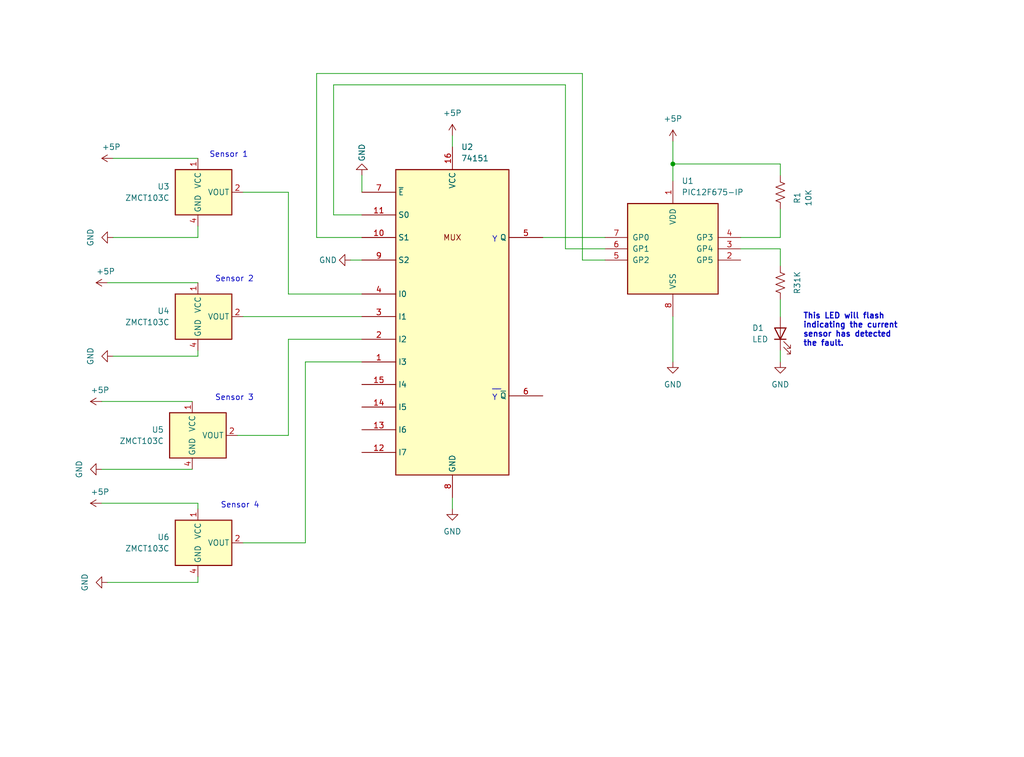
<source format=kicad_sch>
(kicad_sch (version 20230121) (generator eeschema)
  (paper "User" 229.997 170.002)
  (title_block (title "PIC12F675 and 74HC151 monitoring 4 sensors") (company "Ricardo Lima Caratti"))
  (lib_symbols
    (symbol "74xx_IEEE:74151"
      (property "Reference" "U" (at 10.16 35.56 0))
      (property "Value" "74151" (at 17.78 -40.64 0))
      (symbol "74151_0_0"
        (rectangle (start -12.7 33.02) (end 12.7 -35.56) (stroke (width 0.254)) (fill (type background)))
        (text "MUX" (at 0 17.78 0) (effects (font (size 1.27 1.27))))
        (pin power_in line (at 0 38.1 270) (length 5.08) (name "VCC") (number "16"))
        (pin power_in line (at 0 -40.64 90) (length 5.08) (name "GND") (number "8"))
      )
      (symbol "74151_1_1"
        (pin input line (at -20.32 -10.16 0) (length 7.62) (name "I3") (number "1"))
        (pin input line (at -20.32 17.78 0) (length 7.62) (name "S1") (number "10"))
        (pin input line (at -20.32 22.86 0) (length 7.62) (name "S0") (number "11"))
        (pin input line (at -20.32 -30.48 0) (length 7.62) (name "I7") (number "12"))
        (pin input line (at -20.32 -25.4 0) (length 7.62) (name "I6") (number "13"))
        (pin input line (at -20.32 -20.32 0) (length 7.62) (name "I5") (number "14"))
        (pin input line (at -20.32 -15.24 0) (length 7.62) (name "I4") (number "15"))
        (pin input line (at -20.32 -5.08 0) (length 7.62) (name "I2") (number "2"))
        (pin input line (at -20.32 0 0) (length 7.62) (name "I1") (number "3"))
        (pin input line (at -20.32 5.08 0) (length 7.62) (name "I0") (number "4"))
        (pin output line (at 20.32 17.78 180) (length 7.62) (name "Q") (number "5"))
        (pin output line (at 20.32 -17.78 180) (length 7.62) (name "~{Q}") (number "6"))
        (pin input line (at -20.32 27.94 0) (length 7.62) (name "~{E}") (number "7"))
        (pin input line (at -20.32 12.7 0) (length 7.62) (name "S2") (number "9"))
      )
    )
    (symbol "Device:LED" (pin_numbers hide) (pin_names (offset 1.016) hide)
      (property "Reference" "D" (at 0 2.54 0))
      (property "Value" "LED" (at 0 -2.54 0))
      (symbol "LED_0_1"
        (polyline (pts (xy -1.27 -1.27) (xy -1.27 1.27)) (stroke (width 0.254)))
        (polyline (pts (xy -1.27 0) (xy 1.27 0)))
        (polyline (pts (xy 1.27 -1.27) (xy 1.27 1.27) (xy -1.27 0) (xy 1.27 -1.27)) (stroke (width 0.254)))
        (polyline (pts (xy -3.048 -0.762) (xy -4.572 -2.286) (xy -3.81 -2.286) (xy -4.572 -2.286) (xy -4.572 -1.524)))
        (polyline (pts (xy -1.778 -0.762) (xy -3.302 -2.286) (xy -2.54 -2.286) (xy -3.302 -2.286) (xy -3.302 -1.524)))
      )
      (symbol "LED_1_1"
        (pin passive line (at -3.81 0 0) (length 2.54) (name "K") (number "1"))
        (pin passive line (at 3.81 0 180) (length 2.54) (name "A") (number "2"))
      )
    )
    (symbol "Device:R_US" (pin_numbers hide) (pin_names (offset 0))
      (property "Reference" "R" (at 2.54 0 90))
      (property "Value" "R_US" (at -2.54 0 90))
      (symbol "R_US_0_1"
        (polyline (pts (xy 0 -2.286) (xy 0 -2.54)))
        (polyline (pts (xy 0 2.286) (xy 0 2.54)))
        (polyline (pts (xy 0 -0.762) (xy 1.016 -1.143) (xy 0 -1.524) (xy -1.016 -1.905) (xy 0 -2.286)))
        (polyline (pts (xy 0 0.762) (xy 1.016 0.381) (xy 0 0) (xy -1.016 -0.381) (xy 0 -0.762)))
        (polyline (pts (xy 0 2.286) (xy 1.016 1.905) (xy 0 1.524) (xy -1.016 1.143) (xy 0 0.762)))
      )
      (symbol "R_US_1_1"
        (pin passive line (at 0 3.81 270) (length 1.27) (name "~") (number "1"))
        (pin passive line (at 0 -3.81 90) (length 1.27) (name "~") (number "2"))
      )
    )
    (symbol "MCU_Microchip_PIC12:PIC12F675-IP" (pin_names (offset 1.016))
      (property "Reference" "U" (at 1.27 13.97 0))
      (property "Value" "PIC12F675-IP" (at 1.27 11.43 0))
      (symbol "PIC12F675-IP_0_1"
        (rectangle (start 10.16 -10.16) (end -10.16 10.16) (stroke (width 0.254)) (fill (type background)))
      )
      (symbol "PIC12F675-IP_1_1"
        (pin power_in line (at 0 15.24 270) (length 5.08) (name "VDD") (number "1"))
        (pin bidirectional line (at 15.24 -2.54 180) (length 5.08) (name "GP5") (number "2"))
        (pin bidirectional line (at 15.24 0 180) (length 5.08) (name "GP4") (number "3"))
        (pin input line (at 15.24 2.54 180) (length 5.08) (name "GP3") (number "4"))
        (pin bidirectional line (at -15.24 -2.54 0) (length 5.08) (name "GP2") (number "5"))
        (pin bidirectional line (at -15.24 0 0) (length 5.08) (name "GP1") (number "6"))
        (pin bidirectional line (at -15.24 2.54 0) (length 5.08) (name "GP0") (number "7"))
        (pin power_in line (at 0 -15.24 90) (length 5.08) (name "VSS") (number "8"))
      )
    )
    (symbol "Sensor_Current:A1363xKTTN-1"
      (property "Reference" "U" (at 8.89 6.35 0))
      (property "Value" "A1363xKTTN-1" (at 8.89 3.81 0))
      (symbol "A1363xKTTN-1_0_1"
        (rectangle (start -5.08 5.08) (end 7.62 -5.08) (stroke (width 0.254)) (fill (type background)))
      )
      (symbol "A1363xKTTN-1_1_1"
        (pin power_in line (at 0 7.62 270) (length 2.54) (name "VCC") (number "1"))
        (pin output line (at 10.16 0 180) (length 2.54) (name "VOUT") (number "2"))
        (pin no_connect line (at 7.62 -2.54 180) (length 2.54) hide (name "NC") (number "3"))
        (pin power_in line (at 0 -7.62 90) (length 2.54) (name "GND") (number "4"))
      )
    )
    (symbol "power:+5P" (power) (pin_names (offset 0))
      (property "Value" "+5P" (at 0 3.556 0))
      (symbol "+5P_0_1"
        (polyline (pts (xy -0.762 1.27) (xy 0 2.54)))
        (polyline (pts (xy 0 0) (xy 0 2.54)))
        (polyline (pts (xy 0 2.54) (xy 0.762 1.27)))
      )
      (symbol "+5P_1_1"
        (pin power_in line (at 0 0 90) (length 0) hide (name "+5P") (number "1"))
      )
    )
    (symbol "power:GND" (power) (pin_names (offset 0))
      (property "Value" "GND" (at 0 -3.81 0))
      (symbol "GND_0_1"
        (polyline (pts (xy 0 0) (xy 0 -1.27) (xy 1.27 -1.27) (xy 0 -2.54) (xy -1.27 -1.27) (xy 0 -1.27)))
      )
      (symbol "GND_1_1"
        (pin power_in line (at 0 0 270) (length 0) hide (name "GND") (number "1"))
      )
    )
  )
  (junction (at 151.13 36.83))
  (wire (pts (xy 81.28 53.34) (xy 71.12 53.34)))
  (wire (pts (xy 25.4 80.01) (xy 44.45 80.01)))
  (wire (pts (xy 64.77 43.18) (xy 64.77 66.04)))
  (wire (pts (xy 64.77 76.2) (xy 81.28 76.2)))
  (wire (pts (xy 175.26 78.74) (xy 175.26 81.28)))
  (wire (pts (xy 74.93 19.05) (xy 127 19.05)))
  (wire (pts (xy 71.12 53.34) (xy 71.12 16.51)))
  (wire (pts (xy 44.45 50.8) (xy 44.45 53.34)))
  (wire (pts (xy 24.13 130.81) (xy 44.45 130.81)))
  (wire (pts (xy 44.45 113.03) (xy 44.45 114.3)))
  (wire (pts (xy 81.28 39.37) (xy 81.28 43.18)))
  (wire (pts (xy 175.26 39.37) (xy 175.26 36.83)))
  (wire (pts (xy 166.37 53.34) (xy 175.26 53.34)))
  (wire (pts (xy 54.61 71.12) (xy 81.28 71.12)))
  (wire (pts (xy 53.34 97.79) (xy 64.77 97.79)))
  (wire (pts (xy 175.26 67.31) (xy 175.26 71.12)))
  (wire (pts (xy 130.81 58.42) (xy 135.89 58.42)))
  (wire (pts (xy 130.81 16.51) (xy 130.81 58.42)))
  (wire (pts (xy 44.45 80.01) (xy 44.45 78.74)))
  (wire (pts (xy 151.13 31.75) (xy 151.13 36.83)))
  (wire (pts (xy 166.37 55.88) (xy 175.26 55.88)))
  (wire (pts (xy 101.6 30.48) (xy 101.6 33.02)))
  (wire (pts (xy 71.12 16.51) (xy 130.81 16.51)))
  (wire (pts (xy 68.58 121.92) (xy 68.58 81.28)))
  (wire (pts (xy 81.28 48.26) (xy 74.93 48.26)))
  (wire (pts (xy 44.45 130.81) (xy 44.45 129.54)))
  (wire (pts (xy 54.61 43.18) (xy 64.77 43.18)))
  (wire (pts (xy 68.58 81.28) (xy 81.28 81.28)))
  (wire (pts (xy 25.4 53.34) (xy 44.45 53.34)))
  (wire (pts (xy 151.13 71.12) (xy 151.13 81.28)))
  (wire (pts (xy 101.6 111.76) (xy 101.6 114.3)))
  (wire (pts (xy 121.92 53.34) (xy 135.89 53.34)))
  (wire (pts (xy 64.77 97.79) (xy 64.77 76.2)))
  (wire (pts (xy 127 55.88) (xy 135.89 55.88)))
  (wire (pts (xy 151.13 36.83) (xy 175.26 36.83)))
  (wire (pts (xy 24.13 63.5) (xy 44.45 63.5)))
  (wire (pts (xy 175.26 55.88) (xy 175.26 59.69)))
  (wire (pts (xy 64.77 66.04) (xy 81.28 66.04)))
  (wire (pts (xy 22.86 113.03) (xy 44.45 113.03)))
  (wire (pts (xy 151.13 36.83) (xy 151.13 40.64)))
  (wire (pts (xy 74.93 48.26) (xy 74.93 19.05)))
  (wire (pts (xy 54.61 121.92) (xy 68.58 121.92)))
  (wire (pts (xy 22.86 90.17) (xy 43.18 90.17)))
  (wire (pts (xy 175.26 46.99) (xy 175.26 53.34)))
  (wire (pts (xy 22.86 105.41) (xy 43.18 105.41)))
  (wire (pts (xy 78.74 58.42) (xy 81.28 58.42)))
  (wire (pts (xy 25.4 35.56) (xy 44.45 35.56)))
  (wire (pts (xy 127 19.05) (xy 127 55.88)))
  (text "Sensor 3" (at 48.26 90.17 0) (effects (font (size 1.27 1.27)) (justify left bottom)))
  (text "Sensor 2" (at 48.26 63.5 0) (effects (font (size 1.27 1.27)) (justify left bottom)))
  (text "This LED will flash\nindicating the current\nsensor has detected \nthe fault.\n\n" (at 180.34 80.01 0) (effects (font (size 1.27 1.27) (thickness 0.254) bold) (justify left bottom)))
  (text "__" (at 110.49 87.63 0) (effects (font (size 1.27 1.27)) (justify left bottom)))
  (text "Sensor 1" (at 46.99 35.56 0) (effects (font (size 1.27 1.27)) (justify left bottom)))
  (text "Y" (at 110.49 54.61 0) (effects (font (size 1.27 1.27)) (justify left bottom)))
  (text "Sensor 4" (at 49.53 114.3 0) (effects (font (size 1.27 1.27)) (justify left bottom)))
  (text "Y" (at 110.49 90.17 0) (effects (font (size 1.27 1.27)) (justify left bottom)))
  (symbol (lib_id "power:GND") (at 81.28 39.37 180) (unit 1)
    (property "Reference" "#PWR016" (effects hide))
    (property "Value" "GND" (at 81.28 34.29 90))
  )
  (symbol (lib_id "Sensor_Current:A1363xKTTN-1") (at 44.45 121.92 0) (unit 1)
    (property "Reference" "U6" (at 38.1 120.65 0) (effects (justify right)))
    (property "Value" "ZMCT103C" (at 38.1 123.19 0) (effects (justify right)))
    (property "Footprint" "Sensor_Current:Allegro_SIP-4" (effects hide))
    (property "Datasheet" "http://www.allegromicro.com/~/media/Files/Datasheets/A1363-Datasheet.ashx?la=en" (effects hide))
  )
  (symbol (lib_id "power:GND") (at 101.6 114.3 0) (unit 1)
    (property "Reference" "#PWR02" (effects hide))
    (property "Value" "GND" (at 101.6 119.38 0))
  )
  (symbol (lib_id "power:GND") (at 175.26 81.28 0) (unit 1)
    (property "Reference" "#PWR013" (effects hide))
    (property "Value" "GND" (at 175.26 86.36 0))
  )
  (symbol (lib_id "Device:R_US") (at 175.26 43.18 180) (unit 1)
    (property "Reference" "R1" (at 179.07 44.45 90))
    (property "Value" "10K" (at 181.61 44.45 90))
  )
  (symbol (lib_id "power:GND") (at 24.13 130.81 270) (unit 1)
    (property "Reference" "#PWR08" (effects hide))
    (property "Value" "GND" (at 19.05 130.81 0))
  )
  (symbol (lib_id "power:+5P") (at 24.13 63.5 90) (unit 1)
    (property "Reference" "#PWR011" (effects hide))
    (property "Value" "+5P" (at 21.59 60.96 90) (effects (justify right)))
  )
  (symbol (lib_id "Sensor_Current:A1363xKTTN-1") (at 43.18 97.79 0) (unit 1)
    (property "Reference" "U5" (at 36.83 96.52 0) (effects (justify right)))
    (property "Value" "ZMCT103C" (at 36.83 99.06 0) (effects (justify right)))
    (property "Footprint" "Sensor_Current:Allegro_SIP-4" (effects hide))
    (property "Datasheet" "http://www.allegromicro.com/~/media/Files/Datasheets/A1363-Datasheet.ashx?la=en" (effects hide))
  )
  (symbol (lib_id "power:GND") (at 25.4 80.01 270) (unit 1)
    (property "Reference" "#PWR09" (effects hide))
    (property "Value" "GND" (at 20.32 80.01 0))
  )
  (symbol (lib_id "Sensor_Current:A1363xKTTN-1") (at 44.45 71.12 0) (unit 1)
    (property "Reference" "U4" (at 38.1 69.85 0) (effects (justify right)))
    (property "Value" "ZMCT103C" (at 38.1 72.39 0) (effects (justify right)))
    (property "Footprint" "Sensor_Current:Allegro_SIP-4" (effects hide))
    (property "Datasheet" "http://www.allegromicro.com/~/media/Files/Datasheets/A1363-Datasheet.ashx?la=en" (effects hide))
  )
  (symbol (lib_id "power:+5P") (at 151.13 31.75 0) (unit 1)
    (property "Reference" "#PWR01" (effects hide))
    (property "Value" "+5P" (at 151.13 26.67 0))
  )
  (symbol (lib_id "power:+5P") (at 101.6 30.48 0) (unit 1)
    (property "Reference" "#PWR04" (effects hide))
    (property "Value" "+5P" (at 101.6 25.4 0))
  )
  (symbol (lib_id "power:GND") (at 78.74 58.42 270) (unit 1)
    (property "Reference" "#PWR05" (effects hide))
    (property "Value" "GND" (at 73.66 58.42 90))
  )
  (symbol (lib_id "74xx_IEEE:74151") (at 101.6 71.12 0) (unit 1)
    (property "Reference" "U2" (at 103.5559 33.02 0) (effects (justify left)))
    (property "Value" "74151" (at 103.5559 35.56 0) (effects (justify left)))
  )
  (symbol (lib_id "MCU_Microchip_PIC12:PIC12F675-IP") (at 151.13 55.88 0) (unit 1)
    (property "Reference" "U1" (at 153.0859 40.64 0) (effects (justify left)))
    (property "Value" "PIC12F675-IP" (at 153.0859 43.18 0) (effects (justify left)))
    (property "Footprint" "Package_DIP:DIP-8_W7.62mm" (effects hide))
    (property "Datasheet" "http://ww1.microchip.com/downloads/en/DeviceDoc/41190G.pdf" (effects hide))
  )
  (symbol (lib_id "power:GND") (at 25.4 53.34 270) (unit 1)
    (property "Reference" "#PWR07" (effects hide))
    (property "Value" "GND" (at 20.32 53.34 0))
  )
  (symbol (lib_id "power:+5P") (at 22.86 90.17 90) (unit 1)
    (property "Reference" "#PWR012" (effects hide))
    (property "Value" "+5P" (at 20.32 87.63 90) (effects (justify right)))
  )
  (symbol (lib_id "power:+5P") (at 25.4 35.56 90) (unit 1)
    (property "Reference" "#PWR06" (effects hide))
    (property "Value" "+5P" (at 22.86 33.02 90) (effects (justify right)))
  )
  (symbol (lib_id "power:+5P") (at 22.86 113.03 90) (unit 1)
    (property "Reference" "#PWR015" (effects hide))
    (property "Value" "+5P" (at 20.32 110.49 90) (effects (justify right)))
  )
  (symbol (lib_id "Device:LED") (at 175.26 74.93 90) (unit 1)
    (property "Reference" "D1" (at 168.91 73.66 90) (effects (justify right)))
    (property "Value" "LED" (at 168.91 76.2 90) (effects (justify right)))
  )
  (symbol (lib_id "Device:R_US") (at 175.26 63.5 0) (unit 1)
    (property "Reference" "R3" (at 179.07 64.77 90))
    (property "Value" "1K" (at 179.07 62.23 90))
  )
  (symbol (lib_id "power:GND") (at 151.13 81.28 0) (unit 1)
    (property "Reference" "#PWR03" (effects hide))
    (property "Value" "GND" (at 151.13 86.36 0))
  )
  (symbol (lib_id "Sensor_Current:A1363xKTTN-1") (at 44.45 43.18 0) (unit 1)
    (property "Reference" "U3" (at 38.1 41.91 0) (effects (justify right)))
    (property "Value" "ZMCT103C" (at 38.1 44.45 0) (effects (justify right)))
    (property "Footprint" "Sensor_Current:Allegro_SIP-4" (effects hide))
    (property "Datasheet" "http://www.allegromicro.com/~/media/Files/Datasheets/A1363-Datasheet.ashx?la=en" (effects hide))
  )
  (symbol (lib_id "power:GND") (at 22.86 105.41 270) (unit 1)
    (property "Reference" "#PWR010" (effects hide))
    (property "Value" "GND" (at 17.78 105.41 0))
  )
)
</source>
